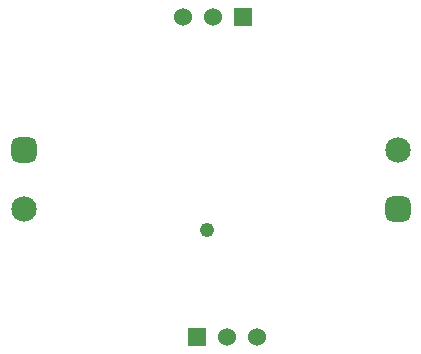
<source format=gbs>
G04*
G04 #@! TF.GenerationSoftware,Altium Limited,Altium Designer,24.10.1 (45)*
G04*
G04 Layer_Color=16711935*
%FSLAX44Y44*%
%MOMM*%
G71*
G04*
G04 #@! TF.SameCoordinates,5BAE0674-82A5-4AB9-AFD0-8D55292733AA*
G04*
G04*
G04 #@! TF.FilePolarity,Negative*
G04*
G01*
G75*
G04:AMPARAMS|DCode=19|XSize=2.1532mm|YSize=2.1532mm|CornerRadius=0.5891mm|HoleSize=0mm|Usage=FLASHONLY|Rotation=270.000|XOffset=0mm|YOffset=0mm|HoleType=Round|Shape=RoundedRectangle|*
%AMROUNDEDRECTD19*
21,1,2.1532,0.9750,0,0,270.0*
21,1,0.9750,2.1532,0,0,270.0*
1,1,1.1782,-0.4875,-0.4875*
1,1,1.1782,-0.4875,0.4875*
1,1,1.1782,0.4875,0.4875*
1,1,1.1782,0.4875,-0.4875*
%
%ADD19ROUNDEDRECTD19*%
%ADD20C,2.1532*%
%ADD21R,1.5240X1.5240*%
%ADD22C,1.5240*%
%ADD23C,1.2192*%
D19*
X40600Y197720D02*
D03*
X356910Y147720D02*
D03*
D20*
X40600D02*
D03*
X356910Y197720D02*
D03*
D21*
X226060Y309880D02*
D03*
X186690Y39370D02*
D03*
D22*
X200660Y309880D02*
D03*
X175260D02*
D03*
X212090Y39370D02*
D03*
X237490D02*
D03*
D23*
X195187Y129540D02*
D03*
M02*

</source>
